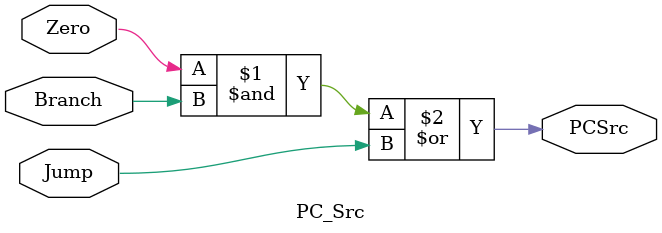
<source format=v>
module PC_Src(
input Zero, Branch, Jump,
output PCSrc
    );
    
    assign PCSrc = (Zero & Branch) | Jump;
    
endmodule

</source>
